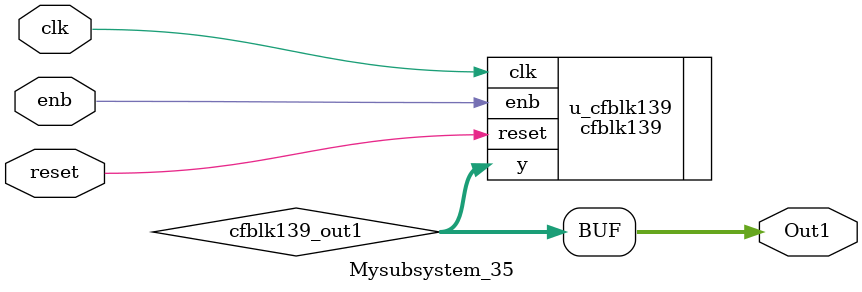
<source format=v>



`timescale 1 ns / 1 ns

module Mysubsystem_35
          (clk,
           reset,
           enb,
           Out1);


  input   clk;
  input   reset;
  input   enb;
  output  [15:0] Out1;  // uint16


  wire [15:0] cfblk139_out1;  // uint16


  cfblk139 u_cfblk139 (.clk(clk),
                       .reset(reset),
                       .enb(enb),
                       .y(cfblk139_out1)  // uint16
                       );

  assign Out1 = cfblk139_out1;

endmodule  // Mysubsystem_35


</source>
